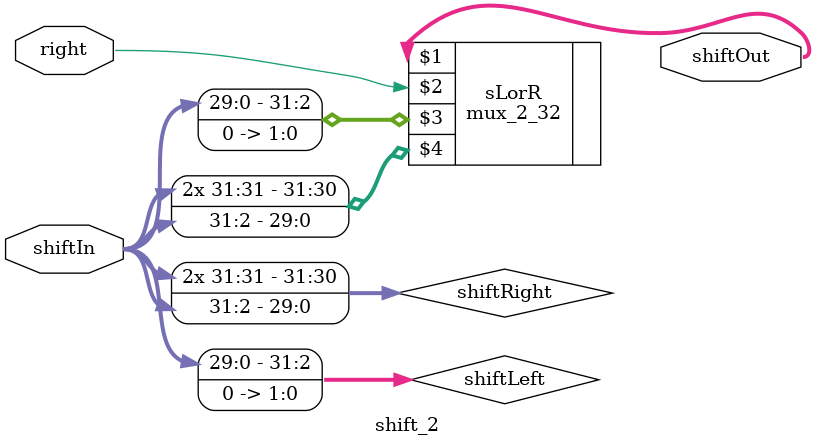
<source format=v>
module shift_2(shiftIn,right,shiftOut);
    input [31:0] shiftIn;
    input right;
    output [31:0] shiftOut;
    wire [31:0] shiftLeft,shiftRight;

    assign shiftLeft[31:2] = shiftIn[29:0];
    assign shiftLeft[1:0] = 2'b00;
    assign shiftRight[29:0] = shiftIn[31:2];
    assign shiftRight[31] = shiftIn[31];
    assign shiftRight[30] = shiftIn[31];

    mux_2_32 sLorR(shiftOut,right,shiftLeft,shiftRight);
endmodule

</source>
